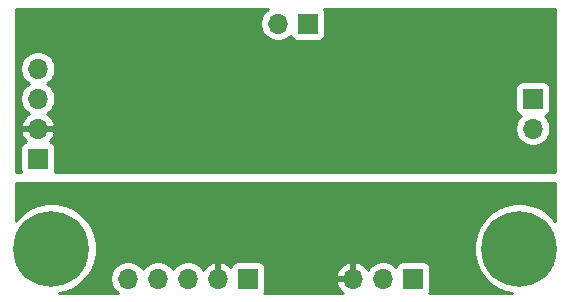
<source format=gbr>
%TF.GenerationSoftware,KiCad,Pcbnew,(5.1.9)-1*%
%TF.CreationDate,2021-03-27T14:28:13-04:00*%
%TF.ProjectId,DS2_Addon,4453325f-4164-4646-9f6e-2e6b69636164,rev?*%
%TF.SameCoordinates,Original*%
%TF.FileFunction,Copper,L2,Bot*%
%TF.FilePolarity,Positive*%
%FSLAX46Y46*%
G04 Gerber Fmt 4.6, Leading zero omitted, Abs format (unit mm)*
G04 Created by KiCad (PCBNEW (5.1.9)-1) date 2021-03-27 14:28:13*
%MOMM*%
%LPD*%
G01*
G04 APERTURE LIST*
%TA.AperFunction,ComponentPad*%
%ADD10C,6.400000*%
%TD*%
%TA.AperFunction,ComponentPad*%
%ADD11R,1.700000X1.700000*%
%TD*%
%TA.AperFunction,ComponentPad*%
%ADD12O,1.700000X1.700000*%
%TD*%
%TA.AperFunction,ViaPad*%
%ADD13C,0.800000*%
%TD*%
%TA.AperFunction,Conductor*%
%ADD14C,0.254000*%
%TD*%
%TA.AperFunction,Conductor*%
%ADD15C,0.100000*%
%TD*%
G04 APERTURE END LIST*
D10*
%TO.P,REF\u002A\u002A,1*%
%TO.N,N/C*%
X156313000Y-91440000D03*
%TD*%
%TO.P,REF\u002A\u002A,1*%
%TO.N,N/C*%
X116713000Y-91440000D03*
%TD*%
D11*
%TO.P,J1,1*%
%TO.N,+3V3*%
X133350000Y-93980000D03*
D12*
%TO.P,J1,2*%
%TO.N,GND*%
X130810000Y-93980000D03*
%TO.P,J1,3*%
%TO.N,Net-(J1-Pad3)*%
X128270000Y-93980000D03*
%TO.P,J1,4*%
%TO.N,Net-(J1-Pad4)*%
X125730000Y-93980000D03*
%TO.P,J1,5*%
%TO.N,Net-(J1-Pad5)*%
X123190000Y-93980000D03*
%TD*%
D11*
%TO.P,J3,1*%
%TO.N,GPIO0*%
X147320000Y-93980000D03*
D12*
%TO.P,J3,2*%
%TO.N,GPIO1*%
X144780000Y-93980000D03*
%TO.P,J3,3*%
%TO.N,GND*%
X142240000Y-93980000D03*
%TD*%
D11*
%TO.P,J2,1*%
%TO.N,VDDA*%
X115570000Y-83820000D03*
D12*
%TO.P,J2,2*%
%TO.N,VSS*%
X115570000Y-81280000D03*
%TO.P,J2,3*%
%TO.N,A0*%
X115570000Y-78740000D03*
%TO.P,J2,4*%
%TO.N,A1*%
X115570000Y-76200000D03*
%TD*%
D11*
%TO.P,J5,1*%
%TO.N,A2*%
X157480000Y-78740000D03*
D12*
%TO.P,J5,2*%
%TO.N,A3*%
X157480000Y-81280000D03*
%TD*%
D11*
%TO.P,J4,1*%
%TO.N,REFN*%
X138430000Y-72390000D03*
D12*
%TO.P,J4,2*%
%TO.N,REFP*%
X135890000Y-72390000D03*
%TD*%
D13*
%TO.N,VSS*%
X125730000Y-80645000D03*
X125222000Y-83566000D03*
X148590000Y-84328000D03*
X148590000Y-82042000D03*
X138430000Y-74930000D03*
X135382000Y-74930000D03*
X138176000Y-84074000D03*
X124460000Y-84328000D03*
%TO.N,GND*%
X138176000Y-86360000D03*
X141732000Y-86614000D03*
X138938000Y-89662000D03*
X130937000Y-89662000D03*
%TD*%
D14*
%TO.N,GND*%
X159360001Y-89097341D02*
X159291839Y-88995330D01*
X158757670Y-88461161D01*
X158129554Y-88041467D01*
X157431628Y-87752377D01*
X156690715Y-87605000D01*
X155935285Y-87605000D01*
X155194372Y-87752377D01*
X154496446Y-88041467D01*
X153868330Y-88461161D01*
X153334161Y-88995330D01*
X152914467Y-89623446D01*
X152625377Y-90321372D01*
X152478000Y-91062285D01*
X152478000Y-91817715D01*
X152625377Y-92558628D01*
X152914467Y-93256554D01*
X153334161Y-93884670D01*
X153868330Y-94418839D01*
X154496446Y-94838533D01*
X155194372Y-95127623D01*
X155683918Y-95225000D01*
X148667295Y-95225000D01*
X148700537Y-95184494D01*
X148759502Y-95074180D01*
X148795812Y-94954482D01*
X148808072Y-94830000D01*
X148808072Y-93130000D01*
X148795812Y-93005518D01*
X148759502Y-92885820D01*
X148700537Y-92775506D01*
X148621185Y-92678815D01*
X148524494Y-92599463D01*
X148414180Y-92540498D01*
X148294482Y-92504188D01*
X148170000Y-92491928D01*
X146470000Y-92491928D01*
X146345518Y-92504188D01*
X146225820Y-92540498D01*
X146115506Y-92599463D01*
X146018815Y-92678815D01*
X145939463Y-92775506D01*
X145880498Y-92885820D01*
X145858487Y-92958380D01*
X145726632Y-92826525D01*
X145483411Y-92664010D01*
X145213158Y-92552068D01*
X144926260Y-92495000D01*
X144633740Y-92495000D01*
X144346842Y-92552068D01*
X144076589Y-92664010D01*
X143833368Y-92826525D01*
X143626525Y-93033368D01*
X143504805Y-93215534D01*
X143435178Y-93098645D01*
X143240269Y-92882412D01*
X143006920Y-92708359D01*
X142744099Y-92583175D01*
X142596890Y-92538524D01*
X142367000Y-92659845D01*
X142367000Y-93853000D01*
X142387000Y-93853000D01*
X142387000Y-94107000D01*
X142367000Y-94107000D01*
X142367000Y-94127000D01*
X142113000Y-94127000D01*
X142113000Y-94107000D01*
X140919186Y-94107000D01*
X140798519Y-94336891D01*
X140895843Y-94611252D01*
X141044822Y-94861355D01*
X141239731Y-95077588D01*
X141437363Y-95225000D01*
X134697295Y-95225000D01*
X134730537Y-95184494D01*
X134789502Y-95074180D01*
X134825812Y-94954482D01*
X134838072Y-94830000D01*
X134838072Y-93623109D01*
X140798519Y-93623109D01*
X140919186Y-93853000D01*
X142113000Y-93853000D01*
X142113000Y-92659845D01*
X141883110Y-92538524D01*
X141735901Y-92583175D01*
X141473080Y-92708359D01*
X141239731Y-92882412D01*
X141044822Y-93098645D01*
X140895843Y-93348748D01*
X140798519Y-93623109D01*
X134838072Y-93623109D01*
X134838072Y-93130000D01*
X134825812Y-93005518D01*
X134789502Y-92885820D01*
X134730537Y-92775506D01*
X134651185Y-92678815D01*
X134554494Y-92599463D01*
X134444180Y-92540498D01*
X134324482Y-92504188D01*
X134200000Y-92491928D01*
X132500000Y-92491928D01*
X132375518Y-92504188D01*
X132255820Y-92540498D01*
X132145506Y-92599463D01*
X132048815Y-92678815D01*
X131969463Y-92775506D01*
X131910498Y-92885820D01*
X131886034Y-92966466D01*
X131810269Y-92882412D01*
X131576920Y-92708359D01*
X131314099Y-92583175D01*
X131166890Y-92538524D01*
X130937000Y-92659845D01*
X130937000Y-93853000D01*
X130957000Y-93853000D01*
X130957000Y-94107000D01*
X130937000Y-94107000D01*
X130937000Y-94127000D01*
X130683000Y-94127000D01*
X130683000Y-94107000D01*
X130663000Y-94107000D01*
X130663000Y-93853000D01*
X130683000Y-93853000D01*
X130683000Y-92659845D01*
X130453110Y-92538524D01*
X130305901Y-92583175D01*
X130043080Y-92708359D01*
X129809731Y-92882412D01*
X129614822Y-93098645D01*
X129545195Y-93215534D01*
X129423475Y-93033368D01*
X129216632Y-92826525D01*
X128973411Y-92664010D01*
X128703158Y-92552068D01*
X128416260Y-92495000D01*
X128123740Y-92495000D01*
X127836842Y-92552068D01*
X127566589Y-92664010D01*
X127323368Y-92826525D01*
X127116525Y-93033368D01*
X127000000Y-93207760D01*
X126883475Y-93033368D01*
X126676632Y-92826525D01*
X126433411Y-92664010D01*
X126163158Y-92552068D01*
X125876260Y-92495000D01*
X125583740Y-92495000D01*
X125296842Y-92552068D01*
X125026589Y-92664010D01*
X124783368Y-92826525D01*
X124576525Y-93033368D01*
X124460000Y-93207760D01*
X124343475Y-93033368D01*
X124136632Y-92826525D01*
X123893411Y-92664010D01*
X123623158Y-92552068D01*
X123336260Y-92495000D01*
X123043740Y-92495000D01*
X122756842Y-92552068D01*
X122486589Y-92664010D01*
X122243368Y-92826525D01*
X122036525Y-93033368D01*
X121874010Y-93276589D01*
X121762068Y-93546842D01*
X121705000Y-93833740D01*
X121705000Y-94126260D01*
X121762068Y-94413158D01*
X121874010Y-94683411D01*
X122036525Y-94926632D01*
X122243368Y-95133475D01*
X122380345Y-95225000D01*
X117342082Y-95225000D01*
X117831628Y-95127623D01*
X118529554Y-94838533D01*
X119157670Y-94418839D01*
X119691839Y-93884670D01*
X120111533Y-93256554D01*
X120400623Y-92558628D01*
X120548000Y-91817715D01*
X120548000Y-91062285D01*
X120400623Y-90321372D01*
X120111533Y-89623446D01*
X119691839Y-88995330D01*
X119157670Y-88461161D01*
X118529554Y-88041467D01*
X117831628Y-87752377D01*
X117090715Y-87605000D01*
X116335285Y-87605000D01*
X115594372Y-87752377D01*
X114896446Y-88041467D01*
X114268330Y-88461161D01*
X113734161Y-88995330D01*
X113690000Y-89061422D01*
X113690000Y-85852000D01*
X159360001Y-85852000D01*
X159360001Y-89097341D01*
%TA.AperFunction,Conductor*%
D15*
G36*
X159360001Y-89097341D02*
G01*
X159291839Y-88995330D01*
X158757670Y-88461161D01*
X158129554Y-88041467D01*
X157431628Y-87752377D01*
X156690715Y-87605000D01*
X155935285Y-87605000D01*
X155194372Y-87752377D01*
X154496446Y-88041467D01*
X153868330Y-88461161D01*
X153334161Y-88995330D01*
X152914467Y-89623446D01*
X152625377Y-90321372D01*
X152478000Y-91062285D01*
X152478000Y-91817715D01*
X152625377Y-92558628D01*
X152914467Y-93256554D01*
X153334161Y-93884670D01*
X153868330Y-94418839D01*
X154496446Y-94838533D01*
X155194372Y-95127623D01*
X155683918Y-95225000D01*
X148667295Y-95225000D01*
X148700537Y-95184494D01*
X148759502Y-95074180D01*
X148795812Y-94954482D01*
X148808072Y-94830000D01*
X148808072Y-93130000D01*
X148795812Y-93005518D01*
X148759502Y-92885820D01*
X148700537Y-92775506D01*
X148621185Y-92678815D01*
X148524494Y-92599463D01*
X148414180Y-92540498D01*
X148294482Y-92504188D01*
X148170000Y-92491928D01*
X146470000Y-92491928D01*
X146345518Y-92504188D01*
X146225820Y-92540498D01*
X146115506Y-92599463D01*
X146018815Y-92678815D01*
X145939463Y-92775506D01*
X145880498Y-92885820D01*
X145858487Y-92958380D01*
X145726632Y-92826525D01*
X145483411Y-92664010D01*
X145213158Y-92552068D01*
X144926260Y-92495000D01*
X144633740Y-92495000D01*
X144346842Y-92552068D01*
X144076589Y-92664010D01*
X143833368Y-92826525D01*
X143626525Y-93033368D01*
X143504805Y-93215534D01*
X143435178Y-93098645D01*
X143240269Y-92882412D01*
X143006920Y-92708359D01*
X142744099Y-92583175D01*
X142596890Y-92538524D01*
X142367000Y-92659845D01*
X142367000Y-93853000D01*
X142387000Y-93853000D01*
X142387000Y-94107000D01*
X142367000Y-94107000D01*
X142367000Y-94127000D01*
X142113000Y-94127000D01*
X142113000Y-94107000D01*
X140919186Y-94107000D01*
X140798519Y-94336891D01*
X140895843Y-94611252D01*
X141044822Y-94861355D01*
X141239731Y-95077588D01*
X141437363Y-95225000D01*
X134697295Y-95225000D01*
X134730537Y-95184494D01*
X134789502Y-95074180D01*
X134825812Y-94954482D01*
X134838072Y-94830000D01*
X134838072Y-93623109D01*
X140798519Y-93623109D01*
X140919186Y-93853000D01*
X142113000Y-93853000D01*
X142113000Y-92659845D01*
X141883110Y-92538524D01*
X141735901Y-92583175D01*
X141473080Y-92708359D01*
X141239731Y-92882412D01*
X141044822Y-93098645D01*
X140895843Y-93348748D01*
X140798519Y-93623109D01*
X134838072Y-93623109D01*
X134838072Y-93130000D01*
X134825812Y-93005518D01*
X134789502Y-92885820D01*
X134730537Y-92775506D01*
X134651185Y-92678815D01*
X134554494Y-92599463D01*
X134444180Y-92540498D01*
X134324482Y-92504188D01*
X134200000Y-92491928D01*
X132500000Y-92491928D01*
X132375518Y-92504188D01*
X132255820Y-92540498D01*
X132145506Y-92599463D01*
X132048815Y-92678815D01*
X131969463Y-92775506D01*
X131910498Y-92885820D01*
X131886034Y-92966466D01*
X131810269Y-92882412D01*
X131576920Y-92708359D01*
X131314099Y-92583175D01*
X131166890Y-92538524D01*
X130937000Y-92659845D01*
X130937000Y-93853000D01*
X130957000Y-93853000D01*
X130957000Y-94107000D01*
X130937000Y-94107000D01*
X130937000Y-94127000D01*
X130683000Y-94127000D01*
X130683000Y-94107000D01*
X130663000Y-94107000D01*
X130663000Y-93853000D01*
X130683000Y-93853000D01*
X130683000Y-92659845D01*
X130453110Y-92538524D01*
X130305901Y-92583175D01*
X130043080Y-92708359D01*
X129809731Y-92882412D01*
X129614822Y-93098645D01*
X129545195Y-93215534D01*
X129423475Y-93033368D01*
X129216632Y-92826525D01*
X128973411Y-92664010D01*
X128703158Y-92552068D01*
X128416260Y-92495000D01*
X128123740Y-92495000D01*
X127836842Y-92552068D01*
X127566589Y-92664010D01*
X127323368Y-92826525D01*
X127116525Y-93033368D01*
X127000000Y-93207760D01*
X126883475Y-93033368D01*
X126676632Y-92826525D01*
X126433411Y-92664010D01*
X126163158Y-92552068D01*
X125876260Y-92495000D01*
X125583740Y-92495000D01*
X125296842Y-92552068D01*
X125026589Y-92664010D01*
X124783368Y-92826525D01*
X124576525Y-93033368D01*
X124460000Y-93207760D01*
X124343475Y-93033368D01*
X124136632Y-92826525D01*
X123893411Y-92664010D01*
X123623158Y-92552068D01*
X123336260Y-92495000D01*
X123043740Y-92495000D01*
X122756842Y-92552068D01*
X122486589Y-92664010D01*
X122243368Y-92826525D01*
X122036525Y-93033368D01*
X121874010Y-93276589D01*
X121762068Y-93546842D01*
X121705000Y-93833740D01*
X121705000Y-94126260D01*
X121762068Y-94413158D01*
X121874010Y-94683411D01*
X122036525Y-94926632D01*
X122243368Y-95133475D01*
X122380345Y-95225000D01*
X117342082Y-95225000D01*
X117831628Y-95127623D01*
X118529554Y-94838533D01*
X119157670Y-94418839D01*
X119691839Y-93884670D01*
X120111533Y-93256554D01*
X120400623Y-92558628D01*
X120548000Y-91817715D01*
X120548000Y-91062285D01*
X120400623Y-90321372D01*
X120111533Y-89623446D01*
X119691839Y-88995330D01*
X119157670Y-88461161D01*
X118529554Y-88041467D01*
X117831628Y-87752377D01*
X117090715Y-87605000D01*
X116335285Y-87605000D01*
X115594372Y-87752377D01*
X114896446Y-88041467D01*
X114268330Y-88461161D01*
X113734161Y-88995330D01*
X113690000Y-89061422D01*
X113690000Y-85852000D01*
X159360001Y-85852000D01*
X159360001Y-89097341D01*
G37*
%TD.AperFunction*%
%TD*%
D14*
%TO.N,VSS*%
X134943368Y-71236525D02*
X134736525Y-71443368D01*
X134574010Y-71686589D01*
X134462068Y-71956842D01*
X134405000Y-72243740D01*
X134405000Y-72536260D01*
X134462068Y-72823158D01*
X134574010Y-73093411D01*
X134736525Y-73336632D01*
X134943368Y-73543475D01*
X135186589Y-73705990D01*
X135456842Y-73817932D01*
X135743740Y-73875000D01*
X136036260Y-73875000D01*
X136323158Y-73817932D01*
X136593411Y-73705990D01*
X136836632Y-73543475D01*
X136968487Y-73411620D01*
X136990498Y-73484180D01*
X137049463Y-73594494D01*
X137128815Y-73691185D01*
X137225506Y-73770537D01*
X137335820Y-73829502D01*
X137455518Y-73865812D01*
X137580000Y-73878072D01*
X139280000Y-73878072D01*
X139404482Y-73865812D01*
X139524180Y-73829502D01*
X139634494Y-73770537D01*
X139731185Y-73691185D01*
X139810537Y-73594494D01*
X139869502Y-73484180D01*
X139905812Y-73364482D01*
X139918072Y-73240000D01*
X139918072Y-71540000D01*
X139905812Y-71415518D01*
X139869502Y-71295820D01*
X139810537Y-71185506D01*
X139777295Y-71145000D01*
X159360000Y-71145000D01*
X159360001Y-84963000D01*
X116983407Y-84963000D01*
X117009502Y-84914180D01*
X117045812Y-84794482D01*
X117058072Y-84670000D01*
X117058072Y-82970000D01*
X117045812Y-82845518D01*
X117009502Y-82725820D01*
X116950537Y-82615506D01*
X116871185Y-82518815D01*
X116774494Y-82439463D01*
X116664180Y-82380498D01*
X116583534Y-82356034D01*
X116667588Y-82280269D01*
X116841641Y-82046920D01*
X116966825Y-81784099D01*
X117011476Y-81636890D01*
X116890155Y-81407000D01*
X115697000Y-81407000D01*
X115697000Y-81427000D01*
X115443000Y-81427000D01*
X115443000Y-81407000D01*
X114249845Y-81407000D01*
X114128524Y-81636890D01*
X114173175Y-81784099D01*
X114298359Y-82046920D01*
X114472412Y-82280269D01*
X114556466Y-82356034D01*
X114475820Y-82380498D01*
X114365506Y-82439463D01*
X114268815Y-82518815D01*
X114189463Y-82615506D01*
X114130498Y-82725820D01*
X114094188Y-82845518D01*
X114081928Y-82970000D01*
X114081928Y-84670000D01*
X114094188Y-84794482D01*
X114130498Y-84914180D01*
X114156593Y-84963000D01*
X113690000Y-84963000D01*
X113690000Y-76053740D01*
X114085000Y-76053740D01*
X114085000Y-76346260D01*
X114142068Y-76633158D01*
X114254010Y-76903411D01*
X114416525Y-77146632D01*
X114623368Y-77353475D01*
X114797760Y-77470000D01*
X114623368Y-77586525D01*
X114416525Y-77793368D01*
X114254010Y-78036589D01*
X114142068Y-78306842D01*
X114085000Y-78593740D01*
X114085000Y-78886260D01*
X114142068Y-79173158D01*
X114254010Y-79443411D01*
X114416525Y-79686632D01*
X114623368Y-79893475D01*
X114805534Y-80015195D01*
X114688645Y-80084822D01*
X114472412Y-80279731D01*
X114298359Y-80513080D01*
X114173175Y-80775901D01*
X114128524Y-80923110D01*
X114249845Y-81153000D01*
X115443000Y-81153000D01*
X115443000Y-81133000D01*
X115697000Y-81133000D01*
X115697000Y-81153000D01*
X116890155Y-81153000D01*
X117011476Y-80923110D01*
X116966825Y-80775901D01*
X116841641Y-80513080D01*
X116667588Y-80279731D01*
X116451355Y-80084822D01*
X116334466Y-80015195D01*
X116516632Y-79893475D01*
X116723475Y-79686632D01*
X116885990Y-79443411D01*
X116997932Y-79173158D01*
X117055000Y-78886260D01*
X117055000Y-78593740D01*
X116997932Y-78306842D01*
X116885990Y-78036589D01*
X116788043Y-77890000D01*
X155991928Y-77890000D01*
X155991928Y-79590000D01*
X156004188Y-79714482D01*
X156040498Y-79834180D01*
X156099463Y-79944494D01*
X156178815Y-80041185D01*
X156275506Y-80120537D01*
X156385820Y-80179502D01*
X156458380Y-80201513D01*
X156326525Y-80333368D01*
X156164010Y-80576589D01*
X156052068Y-80846842D01*
X155995000Y-81133740D01*
X155995000Y-81426260D01*
X156052068Y-81713158D01*
X156164010Y-81983411D01*
X156326525Y-82226632D01*
X156533368Y-82433475D01*
X156776589Y-82595990D01*
X157046842Y-82707932D01*
X157333740Y-82765000D01*
X157626260Y-82765000D01*
X157913158Y-82707932D01*
X158183411Y-82595990D01*
X158426632Y-82433475D01*
X158633475Y-82226632D01*
X158795990Y-81983411D01*
X158907932Y-81713158D01*
X158965000Y-81426260D01*
X158965000Y-81133740D01*
X158907932Y-80846842D01*
X158795990Y-80576589D01*
X158633475Y-80333368D01*
X158501620Y-80201513D01*
X158574180Y-80179502D01*
X158684494Y-80120537D01*
X158781185Y-80041185D01*
X158860537Y-79944494D01*
X158919502Y-79834180D01*
X158955812Y-79714482D01*
X158968072Y-79590000D01*
X158968072Y-77890000D01*
X158955812Y-77765518D01*
X158919502Y-77645820D01*
X158860537Y-77535506D01*
X158781185Y-77438815D01*
X158684494Y-77359463D01*
X158574180Y-77300498D01*
X158454482Y-77264188D01*
X158330000Y-77251928D01*
X156630000Y-77251928D01*
X156505518Y-77264188D01*
X156385820Y-77300498D01*
X156275506Y-77359463D01*
X156178815Y-77438815D01*
X156099463Y-77535506D01*
X156040498Y-77645820D01*
X156004188Y-77765518D01*
X155991928Y-77890000D01*
X116788043Y-77890000D01*
X116723475Y-77793368D01*
X116516632Y-77586525D01*
X116342240Y-77470000D01*
X116516632Y-77353475D01*
X116723475Y-77146632D01*
X116885990Y-76903411D01*
X116997932Y-76633158D01*
X117055000Y-76346260D01*
X117055000Y-76053740D01*
X116997932Y-75766842D01*
X116885990Y-75496589D01*
X116723475Y-75253368D01*
X116516632Y-75046525D01*
X116273411Y-74884010D01*
X116003158Y-74772068D01*
X115716260Y-74715000D01*
X115423740Y-74715000D01*
X115136842Y-74772068D01*
X114866589Y-74884010D01*
X114623368Y-75046525D01*
X114416525Y-75253368D01*
X114254010Y-75496589D01*
X114142068Y-75766842D01*
X114085000Y-76053740D01*
X113690000Y-76053740D01*
X113690000Y-71145000D01*
X135080345Y-71145000D01*
X134943368Y-71236525D01*
%TA.AperFunction,Conductor*%
D15*
G36*
X134943368Y-71236525D02*
G01*
X134736525Y-71443368D01*
X134574010Y-71686589D01*
X134462068Y-71956842D01*
X134405000Y-72243740D01*
X134405000Y-72536260D01*
X134462068Y-72823158D01*
X134574010Y-73093411D01*
X134736525Y-73336632D01*
X134943368Y-73543475D01*
X135186589Y-73705990D01*
X135456842Y-73817932D01*
X135743740Y-73875000D01*
X136036260Y-73875000D01*
X136323158Y-73817932D01*
X136593411Y-73705990D01*
X136836632Y-73543475D01*
X136968487Y-73411620D01*
X136990498Y-73484180D01*
X137049463Y-73594494D01*
X137128815Y-73691185D01*
X137225506Y-73770537D01*
X137335820Y-73829502D01*
X137455518Y-73865812D01*
X137580000Y-73878072D01*
X139280000Y-73878072D01*
X139404482Y-73865812D01*
X139524180Y-73829502D01*
X139634494Y-73770537D01*
X139731185Y-73691185D01*
X139810537Y-73594494D01*
X139869502Y-73484180D01*
X139905812Y-73364482D01*
X139918072Y-73240000D01*
X139918072Y-71540000D01*
X139905812Y-71415518D01*
X139869502Y-71295820D01*
X139810537Y-71185506D01*
X139777295Y-71145000D01*
X159360000Y-71145000D01*
X159360001Y-84963000D01*
X116983407Y-84963000D01*
X117009502Y-84914180D01*
X117045812Y-84794482D01*
X117058072Y-84670000D01*
X117058072Y-82970000D01*
X117045812Y-82845518D01*
X117009502Y-82725820D01*
X116950537Y-82615506D01*
X116871185Y-82518815D01*
X116774494Y-82439463D01*
X116664180Y-82380498D01*
X116583534Y-82356034D01*
X116667588Y-82280269D01*
X116841641Y-82046920D01*
X116966825Y-81784099D01*
X117011476Y-81636890D01*
X116890155Y-81407000D01*
X115697000Y-81407000D01*
X115697000Y-81427000D01*
X115443000Y-81427000D01*
X115443000Y-81407000D01*
X114249845Y-81407000D01*
X114128524Y-81636890D01*
X114173175Y-81784099D01*
X114298359Y-82046920D01*
X114472412Y-82280269D01*
X114556466Y-82356034D01*
X114475820Y-82380498D01*
X114365506Y-82439463D01*
X114268815Y-82518815D01*
X114189463Y-82615506D01*
X114130498Y-82725820D01*
X114094188Y-82845518D01*
X114081928Y-82970000D01*
X114081928Y-84670000D01*
X114094188Y-84794482D01*
X114130498Y-84914180D01*
X114156593Y-84963000D01*
X113690000Y-84963000D01*
X113690000Y-76053740D01*
X114085000Y-76053740D01*
X114085000Y-76346260D01*
X114142068Y-76633158D01*
X114254010Y-76903411D01*
X114416525Y-77146632D01*
X114623368Y-77353475D01*
X114797760Y-77470000D01*
X114623368Y-77586525D01*
X114416525Y-77793368D01*
X114254010Y-78036589D01*
X114142068Y-78306842D01*
X114085000Y-78593740D01*
X114085000Y-78886260D01*
X114142068Y-79173158D01*
X114254010Y-79443411D01*
X114416525Y-79686632D01*
X114623368Y-79893475D01*
X114805534Y-80015195D01*
X114688645Y-80084822D01*
X114472412Y-80279731D01*
X114298359Y-80513080D01*
X114173175Y-80775901D01*
X114128524Y-80923110D01*
X114249845Y-81153000D01*
X115443000Y-81153000D01*
X115443000Y-81133000D01*
X115697000Y-81133000D01*
X115697000Y-81153000D01*
X116890155Y-81153000D01*
X117011476Y-80923110D01*
X116966825Y-80775901D01*
X116841641Y-80513080D01*
X116667588Y-80279731D01*
X116451355Y-80084822D01*
X116334466Y-80015195D01*
X116516632Y-79893475D01*
X116723475Y-79686632D01*
X116885990Y-79443411D01*
X116997932Y-79173158D01*
X117055000Y-78886260D01*
X117055000Y-78593740D01*
X116997932Y-78306842D01*
X116885990Y-78036589D01*
X116788043Y-77890000D01*
X155991928Y-77890000D01*
X155991928Y-79590000D01*
X156004188Y-79714482D01*
X156040498Y-79834180D01*
X156099463Y-79944494D01*
X156178815Y-80041185D01*
X156275506Y-80120537D01*
X156385820Y-80179502D01*
X156458380Y-80201513D01*
X156326525Y-80333368D01*
X156164010Y-80576589D01*
X156052068Y-80846842D01*
X155995000Y-81133740D01*
X155995000Y-81426260D01*
X156052068Y-81713158D01*
X156164010Y-81983411D01*
X156326525Y-82226632D01*
X156533368Y-82433475D01*
X156776589Y-82595990D01*
X157046842Y-82707932D01*
X157333740Y-82765000D01*
X157626260Y-82765000D01*
X157913158Y-82707932D01*
X158183411Y-82595990D01*
X158426632Y-82433475D01*
X158633475Y-82226632D01*
X158795990Y-81983411D01*
X158907932Y-81713158D01*
X158965000Y-81426260D01*
X158965000Y-81133740D01*
X158907932Y-80846842D01*
X158795990Y-80576589D01*
X158633475Y-80333368D01*
X158501620Y-80201513D01*
X158574180Y-80179502D01*
X158684494Y-80120537D01*
X158781185Y-80041185D01*
X158860537Y-79944494D01*
X158919502Y-79834180D01*
X158955812Y-79714482D01*
X158968072Y-79590000D01*
X158968072Y-77890000D01*
X158955812Y-77765518D01*
X158919502Y-77645820D01*
X158860537Y-77535506D01*
X158781185Y-77438815D01*
X158684494Y-77359463D01*
X158574180Y-77300498D01*
X158454482Y-77264188D01*
X158330000Y-77251928D01*
X156630000Y-77251928D01*
X156505518Y-77264188D01*
X156385820Y-77300498D01*
X156275506Y-77359463D01*
X156178815Y-77438815D01*
X156099463Y-77535506D01*
X156040498Y-77645820D01*
X156004188Y-77765518D01*
X155991928Y-77890000D01*
X116788043Y-77890000D01*
X116723475Y-77793368D01*
X116516632Y-77586525D01*
X116342240Y-77470000D01*
X116516632Y-77353475D01*
X116723475Y-77146632D01*
X116885990Y-76903411D01*
X116997932Y-76633158D01*
X117055000Y-76346260D01*
X117055000Y-76053740D01*
X116997932Y-75766842D01*
X116885990Y-75496589D01*
X116723475Y-75253368D01*
X116516632Y-75046525D01*
X116273411Y-74884010D01*
X116003158Y-74772068D01*
X115716260Y-74715000D01*
X115423740Y-74715000D01*
X115136842Y-74772068D01*
X114866589Y-74884010D01*
X114623368Y-75046525D01*
X114416525Y-75253368D01*
X114254010Y-75496589D01*
X114142068Y-75766842D01*
X114085000Y-76053740D01*
X113690000Y-76053740D01*
X113690000Y-71145000D01*
X135080345Y-71145000D01*
X134943368Y-71236525D01*
G37*
%TD.AperFunction*%
%TD*%
M02*

</source>
